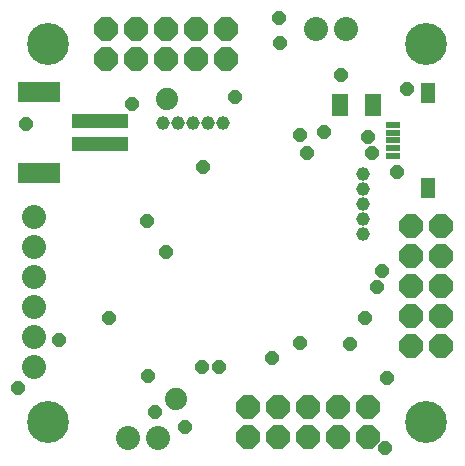
<source format=gbs>
G75*
%MOIN*%
%OFA0B0*%
%FSLAX25Y25*%
%IPPOS*%
%LPD*%
%AMOC8*
5,1,8,0,0,1.08239X$1,22.5*
%
%ADD10C,0.13986*%
%ADD11R,0.18710X0.04537*%
%ADD12R,0.13986X0.06899*%
%ADD13R,0.04734X0.02175*%
%ADD14R,0.04931X0.06506*%
%ADD15C,0.04537*%
%ADD16C,0.08000*%
%ADD17OC8,0.08000*%
%ADD18C,0.07400*%
%ADD19R,0.05600X0.07600*%
%ADD20OC8,0.04362*%
D10*
X0017650Y0017894D03*
X0017650Y0143878D03*
X0143635Y0143878D03*
X0143635Y0017894D03*
D11*
X0034894Y0110413D03*
X0034894Y0118287D03*
D12*
X0014422Y0127736D03*
X0014422Y0100965D03*
D13*
X0132414Y0106594D03*
X0132414Y0109154D03*
X0132414Y0111713D03*
X0132414Y0114272D03*
X0132414Y0116831D03*
D14*
X0144225Y0127461D03*
X0144225Y0095965D03*
D15*
X0122650Y0095413D03*
X0122650Y0090413D03*
X0122650Y0085413D03*
X0122650Y0080413D03*
X0122650Y0100413D03*
X0075800Y0117382D03*
X0070800Y0117382D03*
X0065800Y0117382D03*
X0060800Y0117382D03*
X0055800Y0117382D03*
D16*
X0012926Y0086004D03*
X0012926Y0076004D03*
X0012926Y0066004D03*
X0012926Y0056004D03*
X0012926Y0046004D03*
X0012926Y0036004D03*
X0044265Y0012657D03*
X0054265Y0012657D03*
X0107020Y0148878D03*
X0117020Y0148878D03*
D17*
X0077020Y0148878D03*
X0067020Y0148878D03*
X0057020Y0148878D03*
X0047020Y0148878D03*
X0037020Y0148878D03*
X0037020Y0138878D03*
X0047020Y0138878D03*
X0057020Y0138878D03*
X0067020Y0138878D03*
X0077020Y0138878D03*
X0138635Y0083169D03*
X0148635Y0083169D03*
X0148635Y0073169D03*
X0148635Y0063169D03*
X0138635Y0063169D03*
X0138635Y0073169D03*
X0138635Y0053169D03*
X0148635Y0053169D03*
X0148635Y0043169D03*
X0138635Y0043169D03*
X0124265Y0022894D03*
X0114265Y0022894D03*
X0114265Y0012894D03*
X0124265Y0012894D03*
X0104265Y0012894D03*
X0094265Y0012894D03*
X0084265Y0012894D03*
X0084265Y0022894D03*
X0094265Y0022894D03*
X0104265Y0022894D03*
D18*
X0060367Y0025571D03*
X0057060Y0125492D03*
D19*
X0114985Y0123563D03*
X0125985Y0123563D03*
D20*
X0124146Y0112972D03*
X0125524Y0107461D03*
X0133989Y0101161D03*
X0109580Y0114547D03*
X0103871Y0107461D03*
X0101706Y0113563D03*
X0115288Y0133445D03*
X0095013Y0144075D03*
X0094422Y0152539D03*
X0079855Y0126161D03*
X0069225Y0102736D03*
X0050721Y0084823D03*
X0057020Y0074390D03*
X0037926Y0052343D03*
X0021272Y0045256D03*
X0007611Y0029311D03*
X0050918Y0033248D03*
X0053280Y0021043D03*
X0063123Y0016319D03*
X0068831Y0036004D03*
X0074540Y0036004D03*
X0092060Y0039154D03*
X0101706Y0044075D03*
X0118241Y0043878D03*
X0123162Y0052539D03*
X0127099Y0062972D03*
X0128871Y0068091D03*
X0130643Y0032461D03*
X0129855Y0009232D03*
X0045406Y0123996D03*
X0010170Y0117205D03*
X0137139Y0128917D03*
M02*

</source>
